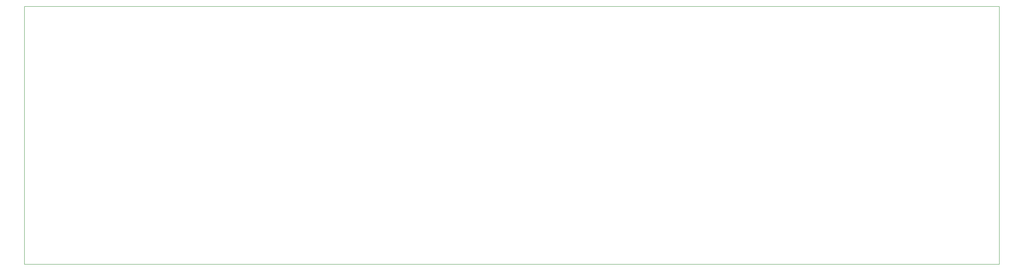
<source format=gbr>
G04 #@! TF.FileFunction,Profile,NP*
%FSLAX46Y46*%
G04 Gerber Fmt 4.6, Leading zero omitted, Abs format (unit mm)*
G04 Created by KiCad (PCBNEW 4.0.5) date 04/16/17 00:06:54*
%MOMM*%
%LPD*%
G01*
G04 APERTURE LIST*
%ADD10C,0.100000*%
%ADD11C,0.150000*%
G04 APERTURE END LIST*
D10*
D11*
X450850000Y-38100000D02*
X450850000Y-152400000D01*
X19050000Y-152400000D02*
X450850000Y-152400000D01*
X19050000Y-38100000D02*
X19050000Y-152400000D01*
X19050000Y-38100000D02*
X450850000Y-38100000D01*
M02*

</source>
